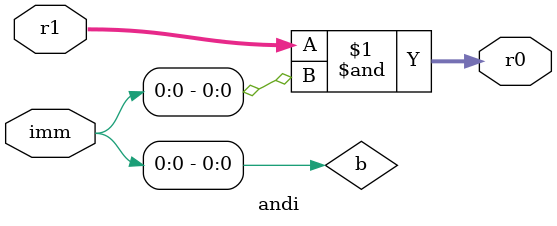
<source format=v>
module andi(r0, r1, imm);
    input [31:0] r1;
    input [15:0] imm;
    output [31:0] r0;

    wire b ={{16{imm[15]}}, imm};

    assign r0 = r1 & b;

endmodule

</source>
